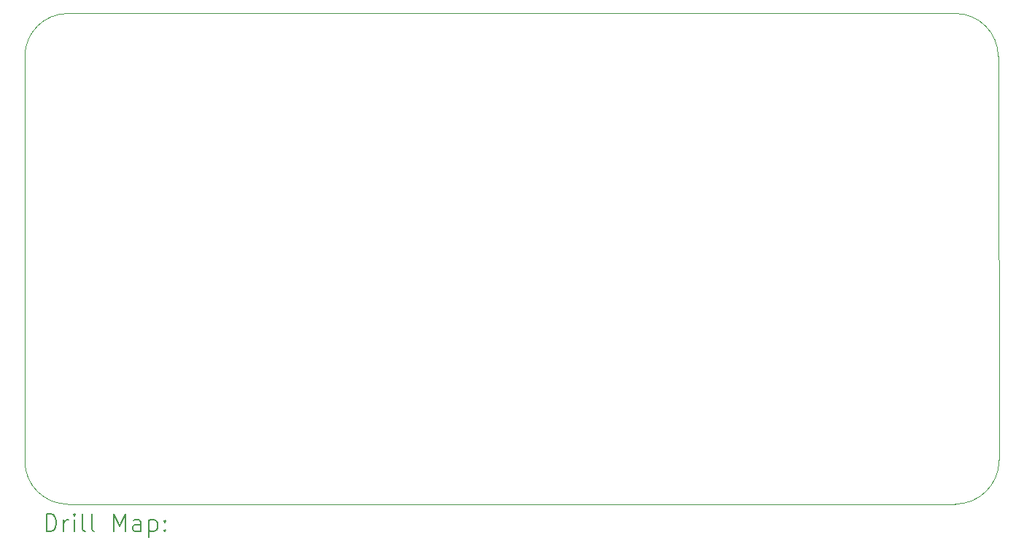
<source format=gbr>
%TF.GenerationSoftware,KiCad,Pcbnew,(6.0.7)*%
%TF.CreationDate,2022-10-27T14:15:55+02:00*%
%TF.ProjectId,Projet,50726f6a-6574-42e6-9b69-6361645f7063,1.0*%
%TF.SameCoordinates,Original*%
%TF.FileFunction,Drillmap*%
%TF.FilePolarity,Positive*%
%FSLAX45Y45*%
G04 Gerber Fmt 4.5, Leading zero omitted, Abs format (unit mm)*
G04 Created by KiCad (PCBNEW (6.0.7)) date 2022-10-27 14:15:55*
%MOMM*%
%LPD*%
G01*
G04 APERTURE LIST*
%ADD10C,0.100000*%
%ADD11C,0.200000*%
G04 APERTURE END LIST*
D10*
X20300000Y-15199998D02*
G75*
G03*
X20809998Y-14690000I0J509998D01*
G01*
X20000000Y-15200000D02*
X20300000Y-15200000D01*
X20800000Y-10000000D02*
G75*
G03*
X20300000Y-9500000I-500000J0D01*
G01*
X20000000Y-9500000D02*
X20300000Y-9500000D01*
X9500000Y-14700000D02*
G75*
G03*
X10000000Y-15200000I500000J0D01*
G01*
X9500000Y-14000000D02*
X9500000Y-14700000D01*
X20800000Y-10000000D02*
X20809998Y-14690000D01*
X9500000Y-14000000D02*
X9500000Y-10000000D01*
X10000000Y-9500000D02*
G75*
G03*
X9500000Y-10000000I0J-500000D01*
G01*
X10000000Y-15200000D02*
X20000000Y-15200000D01*
X10000000Y-9500000D02*
X20000000Y-9500000D01*
D11*
X9752619Y-15515476D02*
X9752619Y-15315476D01*
X9800238Y-15315476D01*
X9828810Y-15325000D01*
X9847857Y-15344048D01*
X9857381Y-15363095D01*
X9866905Y-15401190D01*
X9866905Y-15429762D01*
X9857381Y-15467857D01*
X9847857Y-15486905D01*
X9828810Y-15505952D01*
X9800238Y-15515476D01*
X9752619Y-15515476D01*
X9952619Y-15515476D02*
X9952619Y-15382143D01*
X9952619Y-15420238D02*
X9962143Y-15401190D01*
X9971667Y-15391667D01*
X9990714Y-15382143D01*
X10009762Y-15382143D01*
X10076429Y-15515476D02*
X10076429Y-15382143D01*
X10076429Y-15315476D02*
X10066905Y-15325000D01*
X10076429Y-15334524D01*
X10085952Y-15325000D01*
X10076429Y-15315476D01*
X10076429Y-15334524D01*
X10200238Y-15515476D02*
X10181190Y-15505952D01*
X10171667Y-15486905D01*
X10171667Y-15315476D01*
X10305000Y-15515476D02*
X10285952Y-15505952D01*
X10276429Y-15486905D01*
X10276429Y-15315476D01*
X10533571Y-15515476D02*
X10533571Y-15315476D01*
X10600238Y-15458333D01*
X10666905Y-15315476D01*
X10666905Y-15515476D01*
X10847857Y-15515476D02*
X10847857Y-15410714D01*
X10838333Y-15391667D01*
X10819286Y-15382143D01*
X10781190Y-15382143D01*
X10762143Y-15391667D01*
X10847857Y-15505952D02*
X10828810Y-15515476D01*
X10781190Y-15515476D01*
X10762143Y-15505952D01*
X10752619Y-15486905D01*
X10752619Y-15467857D01*
X10762143Y-15448809D01*
X10781190Y-15439286D01*
X10828810Y-15439286D01*
X10847857Y-15429762D01*
X10943095Y-15382143D02*
X10943095Y-15582143D01*
X10943095Y-15391667D02*
X10962143Y-15382143D01*
X11000238Y-15382143D01*
X11019286Y-15391667D01*
X11028810Y-15401190D01*
X11038333Y-15420238D01*
X11038333Y-15477381D01*
X11028810Y-15496428D01*
X11019286Y-15505952D01*
X11000238Y-15515476D01*
X10962143Y-15515476D01*
X10943095Y-15505952D01*
X11124048Y-15496428D02*
X11133571Y-15505952D01*
X11124048Y-15515476D01*
X11114524Y-15505952D01*
X11124048Y-15496428D01*
X11124048Y-15515476D01*
X11124048Y-15391667D02*
X11133571Y-15401190D01*
X11124048Y-15410714D01*
X11114524Y-15401190D01*
X11124048Y-15391667D01*
X11124048Y-15410714D01*
M02*

</source>
